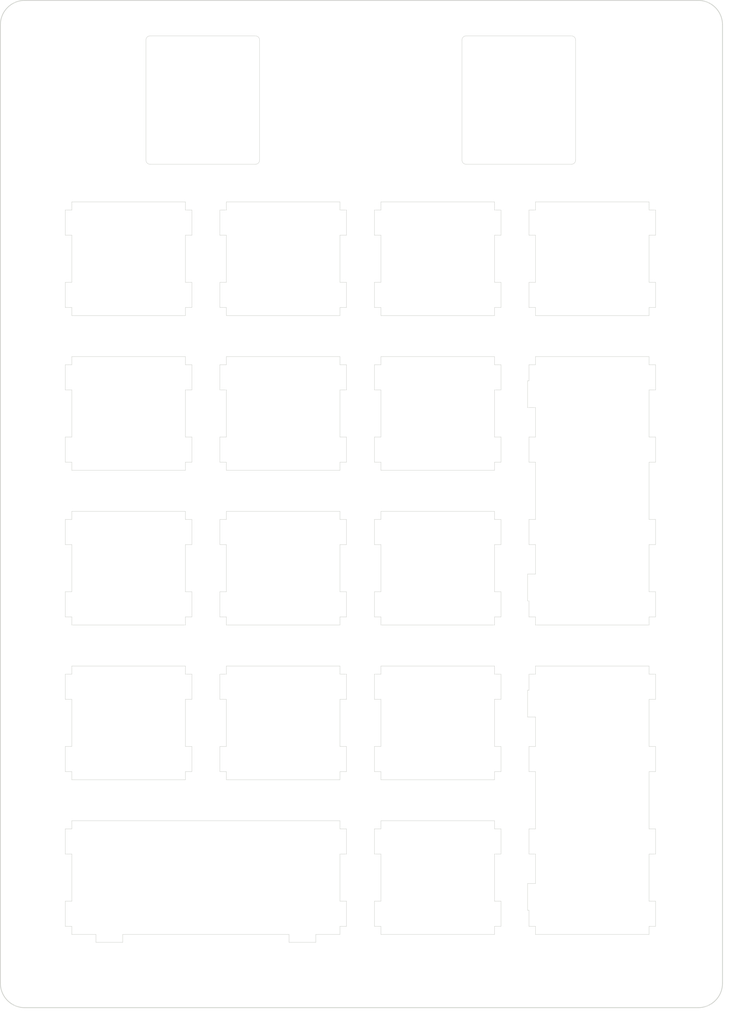
<source format=kicad_pcb>
(kicad_pcb (version 20171130) (host pcbnew "(5.1.5)-3")

  (general
    (thickness 1.6)
    (drawings 412)
    (tracks 0)
    (zones 0)
    (modules 4)
    (nets 1)
  )

  (page A4)
  (title_block
    (title Hub20)
    (date 2020-08-09)
    (rev 0.2)
    (company "Josh Johnson")
  )

  (layers
    (0 F.Cu signal)
    (1 In1.Cu signal)
    (2 In2.Cu signal)
    (31 B.Cu signal)
    (32 B.Adhes user)
    (33 F.Adhes user)
    (34 B.Paste user)
    (35 F.Paste user)
    (36 B.SilkS user)
    (37 F.SilkS user)
    (38 B.Mask user)
    (39 F.Mask user)
    (40 Dwgs.User user)
    (41 Cmts.User user)
    (42 Eco1.User user)
    (43 Eco2.User user)
    (44 Edge.Cuts user)
    (45 Margin user)
    (46 B.CrtYd user)
    (47 F.CrtYd user)
    (48 B.Fab user)
    (49 F.Fab user)
  )

  (setup
    (last_trace_width 0.25)
    (user_trace_width 0.2)
    (user_trace_width 0.25)
    (user_trace_width 0.3)
    (user_trace_width 0.4)
    (user_trace_width 0.25)
    (user_trace_width 0.3)
    (user_trace_width 0.4)
    (user_trace_width 0.5)
    (user_trace_width 0.2)
    (user_trace_width 0.25)
    (user_trace_width 0.3)
    (user_trace_width 0.4)
    (user_trace_width 0.2)
    (user_trace_width 0.25)
    (user_trace_width 0.3)
    (user_trace_width 0.4)
    (user_trace_width 0.2)
    (user_trace_width 0.25)
    (user_trace_width 0.3)
    (user_trace_width 0.4)
    (user_trace_width 0.2)
    (user_trace_width 0.25)
    (user_trace_width 0.3)
    (user_trace_width 0.4)
    (trace_clearance 0.2)
    (zone_clearance 0.254)
    (zone_45_only no)
    (trace_min 0.15)
    (via_size 0.5)
    (via_drill 0.25)
    (via_min_size 0.5)
    (via_min_drill 0.25)
    (user_via 0.6 0.3)
    (user_via 0.8 0.4)
    (user_via 0.8 0.4)
    (user_via 0.6 0.3)
    (user_via 0.8 0.4)
    (user_via 0.6 0.3)
    (user_via 0.8 0.4)
    (user_via 0.6 0.3)
    (user_via 0.8 0.4)
    (user_via 0.6 0.3)
    (user_via 0.8 0.4)
    (uvia_size 0.3)
    (uvia_drill 0.1)
    (uvias_allowed no)
    (uvia_min_size 0.2)
    (uvia_min_drill 0.1)
    (edge_width 0.1)
    (segment_width 0.2)
    (pcb_text_width 0.3)
    (pcb_text_size 1.5 1.5)
    (mod_edge_width 0.15)
    (mod_text_size 1 1)
    (mod_text_width 0.15)
    (pad_size 3.35 3.35)
    (pad_drill 0)
    (pad_to_mask_clearance 0)
    (aux_axis_origin 0 0)
    (visible_elements 7FFFFFFF)
    (pcbplotparams
      (layerselection 0x010fc_fffffff9)
      (usegerberextensions false)
      (usegerberattributes false)
      (usegerberadvancedattributes false)
      (creategerberjobfile false)
      (excludeedgelayer true)
      (linewidth 0.100000)
      (plotframeref false)
      (viasonmask false)
      (mode 1)
      (useauxorigin false)
      (hpglpennumber 1)
      (hpglpenspeed 20)
      (hpglpendiameter 15.000000)
      (psnegative false)
      (psa4output false)
      (plotreference true)
      (plotvalue true)
      (plotinvisibletext false)
      (padsonsilk false)
      (subtractmaskfromsilk false)
      (outputformat 1)
      (mirror false)
      (drillshape 0)
      (scaleselection 1)
      (outputdirectory "./gerbers/"))
  )

  (net 0 "")

  (net_class Default "This is the default net class."
    (clearance 0.2)
    (trace_width 0.25)
    (via_dia 0.5)
    (via_drill 0.25)
    (uvia_dia 0.3)
    (uvia_drill 0.1)
    (diff_pair_width 0.25)
    (diff_pair_gap 0.2)
  )

  (net_class Power ""
    (clearance 0.2)
    (trace_width 0.3)
    (via_dia 0.6)
    (via_drill 0.3)
    (uvia_dia 0.3)
    (uvia_drill 0.1)
    (diff_pair_width 0.25)
    (diff_pair_gap 0.2)
  )

  (module MountingHole:MountingHole_2.2mm_M2 locked (layer F.Cu) (tedit 56D1B4CB) (tstamp 5F2E54CA)
    (at 180.45 157.5375)
    (descr "Mounting Hole 2.2mm, no annular, M2")
    (tags "mounting hole 2.2mm no annular m2")
    (path /5EF4D892)
    (attr virtual)
    (fp_text reference H3 (at 0 -4.2) (layer F.SilkS) hide
      (effects (font (size 1 1) (thickness 0.15)))
    )
    (fp_text value M3 (at 0 4.2) (layer F.Fab)
      (effects (font (size 1 1) (thickness 0.15)))
    )
    (fp_circle (center 0 0) (end 2.45 0) (layer F.CrtYd) (width 0.05))
    (fp_circle (center 0 0) (end 2.2 0) (layer Cmts.User) (width 0.15))
    (fp_text user %R (at 0.3 0) (layer F.Fab) hide
      (effects (font (size 1 1) (thickness 0.15)))
    )
    (pad 1 np_thru_hole circle (at 0 0) (size 2.2 2.2) (drill 2.2) (layers *.Cu *.Mask))
  )

  (module MountingHole:MountingHole_2.2mm_M2 locked (layer F.Cu) (tedit 56D1B4CB) (tstamp 5F0077E7)
    (at 97.45 157.5375)
    (descr "Mounting Hole 2.2mm, no annular, M2")
    (tags "mounting hole 2.2mm no annular m2")
    (path /5EF4F9B8)
    (attr virtual)
    (fp_text reference H4 (at 0 -4.2) (layer F.SilkS) hide
      (effects (font (size 1 1) (thickness 0.15)))
    )
    (fp_text value M3 (at 0 4.2) (layer F.Fab)
      (effects (font (size 1 1) (thickness 0.15)))
    )
    (fp_circle (center 0 0) (end 2.45 0) (layer F.CrtYd) (width 0.05))
    (fp_circle (center 0 0) (end 2.2 0) (layer Cmts.User) (width 0.15))
    (fp_text user %R (at 0.3 0) (layer F.Fab) hide
      (effects (font (size 1 1) (thickness 0.15)))
    )
    (pad 1 np_thru_hole circle (at 0 0) (size 2.2 2.2) (drill 2.2) (layers *.Cu *.Mask))
  )

  (module MountingHole:MountingHole_2.2mm_M2 locked (layer F.Cu) (tedit 56D1B4CB) (tstamp 5F3AE8A9)
    (at 180.45 39.5375 90)
    (descr "Mounting Hole 2.2mm, no annular, M2")
    (tags "mounting hole 2.2mm no annular m2")
    (path /5EF4FC8A)
    (attr virtual)
    (fp_text reference H1 (at 0 -4.2 90) (layer F.SilkS) hide
      (effects (font (size 1 1) (thickness 0.15)))
    )
    (fp_text value M3 (at 0 4.2 90) (layer F.Fab)
      (effects (font (size 1 1) (thickness 0.15)))
    )
    (fp_circle (center 0 0) (end 2.45 0) (layer F.CrtYd) (width 0.05))
    (fp_circle (center 0 0) (end 2.2 0) (layer Cmts.User) (width 0.15))
    (fp_text user %R (at 0.3 0 90) (layer F.Fab) hide
      (effects (font (size 1 1) (thickness 0.15)))
    )
    (pad 1 np_thru_hole circle (at 0 0 90) (size 2.2 2.2) (drill 2.2) (layers *.Cu *.Mask))
  )

  (module MountingHole:MountingHole_2.2mm_M2 locked (layer F.Cu) (tedit 56D1B4CB) (tstamp 5F3AEA20)
    (at 97.45 39.5375)
    (descr "Mounting Hole 2.2mm, no annular, M2")
    (tags "mounting hole 2.2mm no annular m2")
    (path /5EF4FEC8)
    (attr virtual)
    (fp_text reference H2 (at 0 -4.2) (layer F.SilkS) hide
      (effects (font (size 1 1) (thickness 0.15)))
    )
    (fp_text value M3 (at 0 4.2) (layer F.Fab)
      (effects (font (size 1 1) (thickness 0.15)))
    )
    (fp_circle (center 0 0) (end 2.45 0) (layer F.CrtYd) (width 0.05))
    (fp_circle (center 0 0) (end 2.2 0) (layer Cmts.User) (width 0.15))
    (fp_text user %R (at 0.3 0) (layer F.Fab) hide
      (effects (font (size 1 1) (thickness 0.15)))
    )
    (pad 1 np_thru_hole circle (at 0 0) (size 2.2 2.2) (drill 2.2) (layers *.Cu *.Mask))
  )

  (gr_line (start 160.4013 150.54849) (end 160.4013 151.54896) (layer Edge.Cuts) (width 0.05) (tstamp 5F3BEC81))
  (gr_line (start 160.4013 145.27475) (end 159.4312 145.27475) (layer Edge.Cuts) (width 0.05) (tstamp 5F3BEC7E))
  (gr_line (start 117.2506 62.35) (end 117.2506 61.3495) (layer Edge.Cuts) (width 0.05) (tstamp 5F3BEC69))
  (gr_line (start 118.0514 62.35) (end 117.2506 62.35) (layer Edge.Cuts) (width 0.05) (tstamp 5F3BEC57))
  (gr_line (start 136.3006 81.4) (end 136.3006 80.3995) (layer Edge.Cuts) (width 0.05) (tstamp 5F3BEC66))
  (gr_line (start 137.1014 81.4) (end 136.3006 81.4) (layer Edge.Cuts) (width 0.05) (tstamp 5F3BEC5D))
  (gr_line (start 137.1014 103.5478) (end 137.1014 100.45) (layer Edge.Cuts) (width 0.05) (tstamp 5F3BEC4B))
  (gr_line (start 136.3006 103.5478) (end 137.1014 103.5478) (layer Edge.Cuts) (width 0.05) (tstamp 5F3BEC3C))
  (gr_line (start 160.4013 86.6737) (end 160.4013 90.2992) (layer Edge.Cuts) (width 0.05) (tstamp 5F3BEC5A))
  (gr_line (start 159.4312 86.6737) (end 160.4013 86.6737) (layer Edge.Cuts) (width 0.05) (tstamp 5F3BEC39))
  (gr_line (start 136.3006 131.4999) (end 137.1014 131.4999) (layer Edge.Cuts) (width 0.05) (tstamp 5F3BEC6F))
  (gr_line (start 121.5005 128.3993) (end 121.5005 131.4999) (layer Edge.Cuts) (width 0.05) (tstamp 5F3BEC48))
  (gr_line (start 160.4013 138.5485) (end 159.6005 138.5485) (layer Edge.Cuts) (width 0.05) (tstamp 5F3BEC63))
  (gr_line (start 118.0514 74.3498) (end 118.0514 71.2492) (layer Edge.Cuts) (width 0.05) (tstamp 5F3BEC42))
  (gr_line (start 117.2506 74.3498) (end 118.0514 74.3498) (layer Edge.Cuts) (width 0.05) (tstamp 5F3BEC75))
  (gr_line (start 103.2513 93.3998) (end 103.2513 94.3988) (layer Edge.Cuts) (width 0.05) (tstamp 5F3BEC78))
  (gr_line (start 102.4506 93.3998) (end 103.2513 93.3998) (layer Edge.Cuts) (width 0.05) (tstamp 5F3BEC54))
  (gr_line (start 174.4006 90.2992) (end 174.4006 84.4992) (layer Edge.Cuts) (width 0.05) (tstamp 5F3BEC7B))
  (gr_line (start 175.2 90.2992) (end 174.4006 90.2992) (layer Edge.Cuts) (width 0.05) (tstamp 5F3BEC51))
  (gr_line (start 103.2513 132.499) (end 117.2506 132.499) (layer Edge.Cuts) (width 0.05) (tstamp 5F3BEC6C))
  (gr_line (start 156.1514 93.3998) (end 156.1514 90.2992) (layer Edge.Cuts) (width 0.05) (tstamp 5F3BEC60))
  (gr_line (start 155.3506 93.3998) (end 156.1514 93.3998) (layer Edge.Cuts) (width 0.05) (tstamp 5F3BEC3F))
  (gr_line (start 159.6005 128.3993) (end 159.6005 131.4999) (layer Edge.Cuts) (width 0.05) (tstamp 5F3BEC72))
  (gr_line (start 103.2513 74.3498) (end 103.2513 75.3488) (layer Edge.Cuts) (width 0.05) (tstamp 5F3BEC45))
  (gr_line (start 102.4506 74.3498) (end 103.2513 74.3498) (layer Edge.Cuts) (width 0.05) (tstamp 5F3BEC4E))
  (gr_line (start 103.2513 65.4492) (end 103.2513 71.2492) (layer Edge.Cuts) (width 0.05) (tstamp 5F3BE9E4))
  (gr_line (start 102.4506 65.4492) (end 103.2513 65.4492) (layer Edge.Cuts) (width 0.05) (tstamp 5F3BE9DB))
  (gr_line (start 137.1014 65.4492) (end 137.1014 62.35) (layer Edge.Cuts) (width 0.05) (tstamp 5F3BE9E1))
  (gr_line (start 136.3006 65.4492) (end 137.1014 65.4492) (layer Edge.Cuts) (width 0.05) (tstamp 5F3BE9D5))
  (gr_line (start 117.2506 71.2492) (end 117.2506 65.4492) (layer Edge.Cuts) (width 0.05) (tstamp 5F3BE9B4))
  (gr_line (start 118.0514 71.2492) (end 117.2506 71.2492) (layer Edge.Cuts) (width 0.05) (tstamp 5F3BE9CC))
  (gr_line (start 174.4006 151.54896) (end 174.4006 150.54849) (layer Edge.Cuts) (width 0.05) (tstamp 5F3BE9C6))
  (gr_line (start 174.4006 113.4488) (end 174.4006 112.4498) (layer Edge.Cuts) (width 0.05) (tstamp 5F3BE9C3))
  (gr_line (start 160.4013 113.4488) (end 174.4006 113.4488) (layer Edge.Cuts) (width 0.05) (tstamp 5F3BE9DE))
  (gr_line (start 160.4013 119.4999) (end 159.6005 119.4999) (layer Edge.Cuts) (width 0.05) (tstamp 5F3BE9BD))
  (gr_line (start 102.4506 62.35) (end 102.4506 65.4492) (layer Edge.Cuts) (width 0.05) (tstamp 5F3BE9C9))
  (gr_line (start 103.2513 62.35) (end 102.4506 62.35) (layer Edge.Cuts) (width 0.05) (tstamp 5F3BE9C0))
  (gr_line (start 136.3006 150.54849) (end 137.1014 150.54849) (layer Edge.Cuts) (width 0.05) (tstamp 5F3BE9D8))
  (gr_line (start 117.2506 94.3988) (end 117.2506 93.3998) (layer Edge.Cuts) (width 0.05) (tstamp 5F3BE9BA))
  (gr_line (start 103.2513 94.3988) (end 117.2506 94.3988) (layer Edge.Cuts) (width 0.05) (tstamp 5F3BE9D2))
  (gr_line (start 122.3013 112.4498) (end 122.3013 113.4488) (layer Edge.Cuts) (width 0.05) (tstamp 5F3BE9B1))
  (gr_line (start 121.5005 112.4498) (end 122.3013 112.4498) (layer Edge.Cuts) (width 0.05) (tstamp 5F3BE9B7))
  (gr_line (start 140.5505 122.5978) (end 141.3513 122.5978) (layer Edge.Cuts) (width 0.05) (tstamp 5F3BE9CF))
  (gr_line (start 103.2513 61.3495) (end 103.2513 62.35) (layer Edge.Cuts) (width 0.05) (tstamp 5F3BE9AE))
  (gr_line (start 136.3006 61.3495) (end 122.3013 61.3495) (layer Edge.Cuts) (width 0.05) (tstamp 5F3BE9EA))
  (gr_line (start 102.4506 71.2492) (end 102.4506 74.3498) (layer Edge.Cuts) (width 0.05) (tstamp 5F3BE9AB))
  (gr_line (start 103.2513 71.2492) (end 102.4506 71.2492) (layer Edge.Cuts) (width 0.05) (tstamp 5F3BE9ED))
  (gr_line (start 159.6005 150.54849) (end 160.4013 150.54849) (layer Edge.Cuts) (width 0.05) (tstamp 5F3BE9E7))
  (gr_line (start 155.3506 81.4) (end 155.3506 80.3995) (layer Edge.Cuts) (width 0.05) (tstamp 5F3BE831))
  (gr_line (start 156.1514 81.4) (end 155.3506 81.4) (layer Edge.Cuts) (width 0.05) (tstamp 5F3BE843))
  (gr_line (start 137.1014 141.6478) (end 137.1014 138.5485) (layer Edge.Cuts) (width 0.05) (tstamp 5F3BE810))
  (gr_line (start 121.5005 119.4999) (end 121.5005 122.5978) (layer Edge.Cuts) (width 0.05) (tstamp 5F3BE819))
  (gr_line (start 174.4006 122.5978) (end 175.2 122.5978) (layer Edge.Cuts) (width 0.05) (tstamp 5F3BE828))
  (gr_line (start 140.5505 150.54849) (end 141.3513 150.54849) (layer Edge.Cuts) (width 0.05) (tstamp 5F3BE816))
  (gr_line (start 175.2 65.4492) (end 175.2 62.35) (layer Edge.Cuts) (width 0.05) (tstamp 5F3BE813))
  (gr_line (start 174.4006 65.4492) (end 175.2 65.4492) (layer Edge.Cuts) (width 0.05) (tstamp 5F3BE822))
  (gr_line (start 156.1514 84.4992) (end 156.1514 81.4) (layer Edge.Cuts) (width 0.05) (tstamp 5F3BE825))
  (gr_line (start 155.3506 84.4992) (end 156.1514 84.4992) (layer Edge.Cuts) (width 0.05) (tstamp 5F3BE84F))
  (gr_line (start 174.4006 128.3993) (end 174.4006 122.5978) (layer Edge.Cuts) (width 0.05) (tstamp 5F3BE80D))
  (gr_line (start 117.2506 75.3488) (end 117.2506 74.3498) (layer Edge.Cuts) (width 0.05) (tstamp 5F3BE84C))
  (gr_line (start 103.2513 75.3488) (end 117.2506 75.3488) (layer Edge.Cuts) (width 0.05) (tstamp 5F3BE849))
  (gr_line (start 103.2513 80.3995) (end 103.2513 81.4) (layer Edge.Cuts) (width 0.05) (tstamp 5F3BE846))
  (gr_line (start 136.3006 80.3995) (end 122.3013 80.3995) (layer Edge.Cuts) (width 0.05) (tstamp 5F3BE840))
  (gr_line (start 156.1514 74.3498) (end 156.1514 71.2492) (layer Edge.Cuts) (width 0.05) (tstamp 5F3BE83D))
  (gr_line (start 155.3506 74.3498) (end 156.1514 74.3498) (layer Edge.Cuts) (width 0.05) (tstamp 5F3BE83A))
  (gr_line (start 156.1514 122.5978) (end 156.1514 119.4999) (layer Edge.Cuts) (width 0.05) (tstamp 5F3BE837))
  (gr_line (start 155.3506 118.4996) (end 141.3513 118.4996) (layer Edge.Cuts) (width 0.05) (tstamp 5F3BE834))
  (gr_line (start 141.3513 150.54849) (end 141.3513 151.54896) (layer Edge.Cuts) (width 0.05) (tstamp 5F3BE82E))
  (gr_line (start 141.3513 151.54896) (end 155.3506 151.54896) (layer Edge.Cuts) (width 0.05) (tstamp 5F3BE82B))
  (gr_line (start 174.4006 62.35) (end 174.4006 61.3495) (layer Edge.Cuts) (width 0.05) (tstamp 5F3BE81F))
  (gr_line (start 175.2 62.35) (end 174.4006 62.35) (layer Edge.Cuts) (width 0.05) (tstamp 5F3BE81C))
  (gr_line (start 155.3506 132.499) (end 155.3506 131.4999) (layer Edge.Cuts) (width 0.05) (tstamp 5F3BEAC8))
  (gr_line (start 136.3006 75.3488) (end 136.3006 74.3498) (layer Edge.Cuts) (width 0.05) (tstamp 5F3BEADA))
  (gr_line (start 122.3013 75.3488) (end 136.3006 75.3488) (layer Edge.Cuts) (width 0.05) (tstamp 5F3BEACE))
  (gr_line (start 122.3013 65.4492) (end 122.3013 71.2492) (layer Edge.Cuts) (width 0.05) (tstamp 5F3BEADD))
  (gr_line (start 121.5005 65.4492) (end 122.3013 65.4492) (layer Edge.Cuts) (width 0.05) (tstamp 5F3BEAD7))
  (gr_line (start 155.3506 75.3488) (end 155.3506 74.3498) (layer Edge.Cuts) (width 0.05) (tstamp 5F3BEAA7))
  (gr_line (start 141.3513 75.3488) (end 155.3506 75.3488) (layer Edge.Cuts) (width 0.05) (tstamp 5F3BEAA1))
  (gr_line (start 175.2 131.4999) (end 175.2 128.3993) (layer Edge.Cuts) (width 0.05) (tstamp 5F3BEABF))
  (gr_line (start 141.3513 147.44931) (end 140.5505 147.44931) (layer Edge.Cuts) (width 0.05) (tstamp 5F3BEA9E))
  (gr_line (start 160.4013 141.6478) (end 160.4013 145.27475) (layer Edge.Cuts) (width 0.05) (tstamp 5F3BEA9B))
  (gr_line (start 141.3513 138.5485) (end 140.5505 138.5485) (layer Edge.Cuts) (width 0.05) (tstamp 5F3BEAB6))
  (gr_line (start 117.2506 81.4) (end 117.2506 80.3995) (layer Edge.Cuts) (width 0.05) (tstamp 5F3BEAA4))
  (gr_line (start 118.0514 81.4) (end 117.2506 81.4) (layer Edge.Cuts) (width 0.05) (tstamp 5F3BEAC5))
  (gr_line (start 141.3513 128.3993) (end 140.5505 128.3993) (layer Edge.Cuts) (width 0.05) (tstamp 5F3BEAB3))
  (gr_line (start 102.4506 131.4999) (end 103.2513 131.4999) (layer Edge.Cuts) (width 0.05) (tstamp 5F3BEAC2))
  (gr_line (start 141.3513 74.3498) (end 141.3513 75.3488) (layer Edge.Cuts) (width 0.05) (tstamp 5F3BEAB0))
  (gr_line (start 140.5505 74.3498) (end 141.3513 74.3498) (layer Edge.Cuts) (width 0.05) (tstamp 5F3BEABC))
  (gr_line (start 175.2 128.3993) (end 174.4006 128.3993) (layer Edge.Cuts) (width 0.05) (tstamp 5F3BEAD4))
  (gr_line (start 140.5505 141.6478) (end 141.3513 141.6478) (layer Edge.Cuts) (width 0.05) (tstamp 5F3BEAD1))
  (gr_line (start 175.2 84.4992) (end 175.2 81.4) (layer Edge.Cuts) (width 0.05) (tstamp 5F3BEAB9))
  (gr_line (start 174.4006 84.4992) (end 175.2 84.4992) (layer Edge.Cuts) (width 0.05) (tstamp 5F3BEACB))
  (gr_line (start 141.3513 80.3995) (end 141.3513 81.4) (layer Edge.Cuts) (width 0.05) (tstamp 5F3BEAAD))
  (gr_line (start 117.2506 99.4495) (end 103.2513 99.4495) (layer Edge.Cuts) (width 0.05) (tstamp 5F3BEAAA))
  (gr_line (start 141.3513 131.4999) (end 141.3513 132.499) (layer Edge.Cuts) (width 0.05) (tstamp 5F3BE804))
  (gr_line (start 136.3006 128.3993) (end 136.3006 122.5978) (layer Edge.Cuts) (width 0.05) (tstamp 5F3BE7D7))
  (gr_line (start 137.1014 122.5978) (end 137.1014 119.4999) (layer Edge.Cuts) (width 0.05) (tstamp 5F3BE801))
  (gr_line (start 156.1514 141.6478) (end 156.1514 138.5485) (layer Edge.Cuts) (width 0.05) (tstamp 5F3BE7D1))
  (gr_line (start 121.5005 71.2492) (end 121.5005 74.3498) (layer Edge.Cuts) (width 0.05) (tstamp 5F3BE7F2))
  (gr_line (start 122.3013 71.2492) (end 121.5005 71.2492) (layer Edge.Cuts) (width 0.05) (tstamp 5F3BE7CE))
  (gr_line (start 175.2 122.5978) (end 175.2 119.4999) (layer Edge.Cuts) (width 0.05) (tstamp 5F3BE807))
  (gr_line (start 122.3013 103.5478) (end 122.3013 109.3492) (layer Edge.Cuts) (width 0.05) (tstamp 5F3BE7CB))
  (gr_line (start 121.5005 103.5478) (end 122.3013 103.5478) (layer Edge.Cuts) (width 0.05) (tstamp 5F3BE7FE))
  (gr_line (start 136.3006 100.45) (end 136.3006 99.4495) (layer Edge.Cuts) (width 0.05) (tstamp 5F3BE7E6))
  (gr_line (start 137.1014 100.45) (end 136.3006 100.45) (layer Edge.Cuts) (width 0.05) (tstamp 5F3BE7FB))
  (gr_line (start 103.2513 141.6478) (end 103.2513 147.44931) (layer Edge.Cuts) (width 0.05) (tstamp 5F3BE7C8))
  (gr_line (start 174.4006 141.6478) (end 175.2 141.6478) (layer Edge.Cuts) (width 0.05) (tstamp 5F3BE80A))
  (gr_line (start 174.4006 131.4999) (end 175.2 131.4999) (layer Edge.Cuts) (width 0.05) (tstamp 5F3BE7F8))
  (gr_line (start 156.1514 128.3993) (end 155.3506 128.3993) (layer Edge.Cuts) (width 0.05) (tstamp 5F3BE7E3))
  (gr_line (start 156.1514 131.4999) (end 156.1514 128.3993) (layer Edge.Cuts) (width 0.05) (tstamp 5F3BE7E0))
  (gr_line (start 140.5505 138.5485) (end 140.5505 141.6478) (layer Edge.Cuts) (width 0.05) (tstamp 5F3BE7F5))
  (gr_line (start 159.6005 141.6478) (end 160.4013 141.6478) (layer Edge.Cuts) (width 0.05) (tstamp 5F3BE7EF))
  (gr_line (start 136.3006 109.3492) (end 136.3006 103.5478) (layer Edge.Cuts) (width 0.05) (tstamp 5F3BE7EC))
  (gr_line (start 137.1014 109.3492) (end 136.3006 109.3492) (layer Edge.Cuts) (width 0.05) (tstamp 5F3BE7E9))
  (gr_line (start 121.5005 90.2992) (end 121.5005 93.3998) (layer Edge.Cuts) (width 0.05) (tstamp 5F3BE7D4))
  (gr_line (start 122.3013 90.2992) (end 121.5005 90.2992) (layer Edge.Cuts) (width 0.05) (tstamp 5F3BE7DD))
  (gr_line (start 155.3506 94.3988) (end 155.3506 93.3998) (layer Edge.Cuts) (width 0.05) (tstamp 5F3BE7DA))
  (gr_line (start 141.3513 94.3988) (end 155.3506 94.3988) (layer Edge.Cuts) (width 0.05) (tstamp 5F3BEA02))
  (gr_line (start 155.3506 150.54849) (end 156.1514 150.54849) (layer Edge.Cuts) (width 0.05) (tstamp 5F3BEA1A))
  (gr_line (start 109.5254 152.51772) (end 109.5254 151.54896) (layer Edge.Cuts) (width 0.05) (tstamp 5F3BEA0B))
  (gr_line (start 118.0514 65.4492) (end 118.0514 62.35) (layer Edge.Cuts) (width 0.05) (tstamp 5F3BE9FF))
  (gr_line (start 117.2506 65.4492) (end 118.0514 65.4492) (layer Edge.Cuts) (width 0.05) (tstamp 5F3BE9F6))
  (gr_line (start 136.3006 62.35) (end 136.3006 61.3495) (layer Edge.Cuts) (width 0.05) (tstamp 5F3BEA08))
  (gr_line (start 137.1014 62.35) (end 136.3006 62.35) (layer Edge.Cuts) (width 0.05) (tstamp 5F3BE9F3))
  (gr_line (start 159.6005 110.4739) (end 159.6005 112.4498) (layer Edge.Cuts) (width 0.05) (tstamp 5F3BEA20))
  (gr_line (start 159.4312 110.4739) (end 159.6005 110.4739) (layer Edge.Cuts) (width 0.05) (tstamp 5F3BEA14))
  (gr_line (start 102.4506 90.2992) (end 102.4506 93.3998) (layer Edge.Cuts) (width 0.05) (tstamp 5F3BE9FC))
  (gr_line (start 103.2513 90.2992) (end 102.4506 90.2992) (layer Edge.Cuts) (width 0.05) (tstamp 5F3BE9F9))
  (gr_line (start 118.0514 103.5478) (end 118.0514 100.45) (layer Edge.Cuts) (width 0.05) (tstamp 5F3BEA1D))
  (gr_line (start 117.2506 103.5478) (end 118.0514 103.5478) (layer Edge.Cuts) (width 0.05) (tstamp 5F3BE9F0))
  (gr_line (start 141.3513 61.3495) (end 141.3513 62.35) (layer Edge.Cuts) (width 0.05) (tstamp 5F3BEA17))
  (gr_line (start 174.4006 61.3495) (end 160.4013 61.3495) (layer Edge.Cuts) (width 0.05) (tstamp 5F3BEA2C))
  (gr_line (start 141.3513 65.4492) (end 141.3513 71.2492) (layer Edge.Cuts) (width 0.05) (tstamp 5F3BEA2F))
  (gr_line (start 140.5505 65.4492) (end 141.3513 65.4492) (layer Edge.Cuts) (width 0.05) (tstamp 5F3BEA29))
  (gr_line (start 102.4506 122.5978) (end 103.2513 122.5978) (layer Edge.Cuts) (width 0.05) (tstamp 5F3BEA32))
  (gr_line (start 137.1014 119.4999) (end 136.3006 119.4999) (layer Edge.Cuts) (width 0.05) (tstamp 5F3BEA11))
  (gr_line (start 159.6005 148.57379) (end 159.6005 150.54849) (layer Edge.Cuts) (width 0.05) (tstamp 5F3BEA26))
  (gr_line (start 160.4013 93.3998) (end 160.4013 100.45) (layer Edge.Cuts) (width 0.05) (tstamp 5F3BEA05))
  (gr_line (start 159.6005 93.3998) (end 160.4013 93.3998) (layer Edge.Cuts) (width 0.05) (tstamp 5F3BEA23))
  (gr_line (start 159.6005 71.2492) (end 159.6005 74.3498) (layer Edge.Cuts) (width 0.05) (tstamp 5F3BEA0E))
  (gr_line (start 160.4013 71.2492) (end 159.6005 71.2492) (layer Edge.Cuts) (width 0.05) (tstamp 5F3BEAE6))
  (gr_line (start 121.5005 62.35) (end 121.5005 65.4492) (layer Edge.Cuts) (width 0.05) (tstamp 5F3BEB07))
  (gr_line (start 122.3013 62.35) (end 121.5005 62.35) (layer Edge.Cuts) (width 0.05) (tstamp 5F3BEAE3))
  (gr_line (start 141.3513 84.4992) (end 141.3513 90.2992) (layer Edge.Cuts) (width 0.05) (tstamp 5F3BEAE0))
  (gr_line (start 140.5505 84.4992) (end 141.3513 84.4992) (layer Edge.Cuts) (width 0.05) (tstamp 5F3BEB04))
  (gr_line (start 175.2 74.3498) (end 175.2 71.2492) (layer Edge.Cuts) (width 0.05) (tstamp 5F3BEB0A))
  (gr_line (start 174.4006 74.3498) (end 175.2 74.3498) (layer Edge.Cuts) (width 0.05) (tstamp 5F3BEB22))
  (gr_line (start 136.3006 138.5485) (end 136.3006 137.5481) (layer Edge.Cuts) (width 0.05) (tstamp 5F3BEB1C))
  (gr_line (start 159.4312 148.57379) (end 159.6005 148.57379) (layer Edge.Cuts) (width 0.05) (tstamp 5F3BEB1F))
  (gr_line (start 140.5505 81.4) (end 140.5505 84.4992) (layer Edge.Cuts) (width 0.05) (tstamp 5F3BEB10))
  (gr_line (start 141.3513 81.4) (end 140.5505 81.4) (layer Edge.Cuts) (width 0.05) (tstamp 5F3BEAF5))
  (gr_line (start 136.3006 71.2492) (end 136.3006 65.4492) (layer Edge.Cuts) (width 0.05) (tstamp 5F3BEB0D))
  (gr_line (start 137.1014 71.2492) (end 136.3006 71.2492) (layer Edge.Cuts) (width 0.05) (tstamp 5F3BEB19))
  (gr_line (start 118.0514 131.4999) (end 118.0514 128.3993) (layer Edge.Cuts) (width 0.05) (tstamp 5F3BEB16))
  (gr_line (start 175.2 119.4999) (end 174.4006 119.4999) (layer Edge.Cuts) (width 0.05) (tstamp 5F3BEB13))
  (gr_line (start 159.6005 62.35) (end 159.6005 65.4492) (layer Edge.Cuts) (width 0.05) (tstamp 5F3BEAF2))
  (gr_line (start 160.4013 62.35) (end 159.6005 62.35) (layer Edge.Cuts) (width 0.05) (tstamp 5F3BEAEF))
  (gr_line (start 155.3506 90.2992) (end 155.3506 84.4992) (layer Edge.Cuts) (width 0.05) (tstamp 5F3BEB01))
  (gr_line (start 156.1514 90.2992) (end 155.3506 90.2992) (layer Edge.Cuts) (width 0.05) (tstamp 5F3BEAFE))
  (gr_line (start 155.3506 62.35) (end 155.3506 61.3495) (layer Edge.Cuts) (width 0.05) (tstamp 5F3BEAFB))
  (gr_line (start 156.1514 62.35) (end 155.3506 62.35) (layer Edge.Cuts) (width 0.05) (tstamp 5F3BEAEC))
  (gr_line (start 103.2513 118.4996) (end 103.2513 119.4999) (layer Edge.Cuts) (width 0.05) (tstamp 5F3BEAF8))
  (gr_line (start 160.4013 131.4999) (end 160.4013 138.5485) (layer Edge.Cuts) (width 0.05) (tstamp 5F3BEAE9))
  (gr_line (start 140.5505 90.2992) (end 140.5505 93.3998) (layer Edge.Cuts) (width 0.05) (tstamp 5F3BE98A))
  (gr_line (start 141.3513 90.2992) (end 140.5505 90.2992) (layer Edge.Cuts) (width 0.05) (tstamp 5F3BE96F))
  (gr_line (start 102.4506 138.5485) (end 102.4506 141.6478) (layer Edge.Cuts) (width 0.05) (tstamp 5F3BE990))
  (gr_line (start 159.6005 90.2992) (end 159.6005 93.3998) (layer Edge.Cuts) (width 0.05) (tstamp 5F3BE981))
  (gr_line (start 160.4013 90.2992) (end 159.6005 90.2992) (layer Edge.Cuts) (width 0.05) (tstamp 5F3BE978))
  (gr_line (start 140.5505 109.3492) (end 140.5505 112.4498) (layer Edge.Cuts) (width 0.05) (tstamp 5F3BE96C))
  (gr_line (start 141.3513 109.3492) (end 140.5505 109.3492) (layer Edge.Cuts) (width 0.05) (tstamp 5F3BE97E))
  (gr_line (start 103.2513 128.3993) (end 102.4506 128.3993) (layer Edge.Cuts) (width 0.05) (tstamp 5F3BE969))
  (gr_line (start 103.2513 131.4999) (end 103.2513 132.499) (layer Edge.Cuts) (width 0.05) (tstamp 5F3BE996))
  (gr_line (start 137.1014 138.5485) (end 136.3006 138.5485) (layer Edge.Cuts) (width 0.05) (tstamp 5F3BE987))
  (gr_line (start 156.1514 138.5485) (end 155.3506 138.5485) (layer Edge.Cuts) (width 0.05) (tstamp 5F3BE972))
  (gr_line (start 156.1514 65.4492) (end 156.1514 62.35) (layer Edge.Cuts) (width 0.05) (tstamp 5F3BE975))
  (gr_line (start 155.3506 65.4492) (end 156.1514 65.4492) (layer Edge.Cuts) (width 0.05) (tstamp 5F3BE993))
  (gr_line (start 155.3506 122.5978) (end 156.1514 122.5978) (layer Edge.Cuts) (width 0.05) (tstamp 5F3BE966))
  (gr_line (start 159.6005 138.5485) (end 159.6005 141.6478) (layer Edge.Cuts) (width 0.05) (tstamp 5F3BE98D))
  (gr_line (start 122.3013 84.4992) (end 122.3013 90.2992) (layer Edge.Cuts) (width 0.05) (tstamp 5F3BE9A2))
  (gr_line (start 121.5005 84.4992) (end 122.3013 84.4992) (layer Edge.Cuts) (width 0.05) (tstamp 5F3BE9A5))
  (gr_line (start 136.3006 119.4999) (end 136.3006 118.4996) (layer Edge.Cuts) (width 0.05) (tstamp 5F3BE99F))
  (gr_line (start 175.2 141.6478) (end 175.2 138.5485) (layer Edge.Cuts) (width 0.05) (tstamp 5F3BE99C))
  (gr_line (start 106.2264 151.54896) (end 106.2264 152.51772) (layer Edge.Cuts) (width 0.05) (tstamp 5F3BE999))
  (gr_line (start 122.3013 99.4495) (end 122.3013 100.45) (layer Edge.Cuts) (width 0.05) (tstamp 5F3BE9A8))
  (gr_line (start 155.3506 99.4495) (end 141.3513 99.4495) (layer Edge.Cuts) (width 0.05) (tstamp 5F3BE984))
  (gr_line (start 122.3013 128.3993) (end 121.5005 128.3993) (layer Edge.Cuts) (width 0.05) (tstamp 5F3BE97B))
  (gr_line (start 136.3006 137.5481) (end 103.2513 137.5481) (layer Edge.Cuts) (width 0.05) (tstamp 5F3BE8E8))
  (gr_line (start 141.3513 122.5978) (end 141.3513 128.3993) (layer Edge.Cuts) (width 0.05) (tstamp 5F3BE957))
  (gr_line (start 140.5505 147.44931) (end 140.5505 150.54849) (layer Edge.Cuts) (width 0.05) (tstamp 5F3BE92A))
  (gr_line (start 141.3513 112.4498) (end 141.3513 113.4488) (layer Edge.Cuts) (width 0.05) (tstamp 5F3BE8E5))
  (gr_line (start 140.5505 112.4498) (end 141.3513 112.4498) (layer Edge.Cuts) (width 0.05) (tstamp 5F3BE8DF))
  (gr_line (start 174.4006 138.5485) (end 174.4006 131.4999) (layer Edge.Cuts) (width 0.05) (tstamp 5F3BE924))
  (gr_line (start 136.3006 122.5978) (end 137.1014 122.5978) (layer Edge.Cuts) (width 0.05) (tstamp 5F3BE951))
  (gr_line (start 159.4312 107.1747) (end 159.4312 110.4739) (layer Edge.Cuts) (width 0.05) (tstamp 5F3BE95D))
  (gr_line (start 160.4013 107.1747) (end 159.4312 107.1747) (layer Edge.Cuts) (width 0.05) (tstamp 5F3BE960))
  (gr_line (start 102.4506 141.6478) (end 103.2513 141.6478) (layer Edge.Cuts) (width 0.05) (tstamp 5F3BE91E))
  (gr_line (start 159.4312 121.4747) (end 159.4312 124.7737) (layer Edge.Cuts) (width 0.05) (tstamp 5F3BE8E2))
  (gr_line (start 159.4312 145.27475) (end 159.4312 148.57379) (layer Edge.Cuts) (width 0.05) (tstamp 5F3BE90F))
  (gr_line (start 103.2513 112.4498) (end 103.2513 113.4488) (layer Edge.Cuts) (width 0.05) (tstamp 5F3BE90C))
  (gr_line (start 102.4506 112.4498) (end 103.2513 112.4498) (layer Edge.Cuts) (width 0.05) (tstamp 5F3BE933))
  (gr_line (start 122.3013 118.4996) (end 122.3013 119.4999) (layer Edge.Cuts) (width 0.05) (tstamp 5F3BE8F4))
  (gr_line (start 156.1514 150.54849) (end 156.1514 147.44931) (layer Edge.Cuts) (width 0.05) (tstamp 5F3BE8DC))
  (gr_line (start 137.1014 93.3998) (end 137.1014 90.2992) (layer Edge.Cuts) (width 0.05) (tstamp 5F3BE8F7))
  (gr_line (start 136.3006 93.3998) (end 137.1014 93.3998) (layer Edge.Cuts) (width 0.05) (tstamp 5F3BE936))
  (gr_line (start 175.2 147.44931) (end 174.4006 147.44931) (layer Edge.Cuts) (width 0.05) (tstamp 5F3BE8EE))
  (gr_line (start 122.3013 80.3995) (end 122.3013 81.4) (layer Edge.Cuts) (width 0.05) (tstamp 5F3BE915))
  (gr_line (start 155.3506 80.3995) (end 141.3513 80.3995) (layer Edge.Cuts) (width 0.05) (tstamp 5F3BE909))
  (gr_line (start 141.3513 137.5481) (end 141.3513 138.5485) (layer Edge.Cuts) (width 0.05) (tstamp 5F3BE8FD))
  (gr_line (start 159.4312 83.3731) (end 159.4312 86.6737) (layer Edge.Cuts) (width 0.05) (tstamp 5F3BE930))
  (gr_line (start 159.6005 83.3731) (end 159.4312 83.3731) (layer Edge.Cuts) (width 0.05) (tstamp 5F3BE906))
  (gr_line (start 160.4013 74.3498) (end 160.4013 75.3488) (layer Edge.Cuts) (width 0.05) (tstamp 5F3BE8EB))
  (gr_line (start 159.6005 74.3498) (end 160.4013 74.3498) (layer Edge.Cuts) (width 0.05) (tstamp 5F3BE8FA))
  (gr_line (start 137.1014 147.44931) (end 136.3006 147.44931) (layer Edge.Cuts) (width 0.05) (tstamp 5F3BE94E))
  (gr_line (start 140.5505 119.4999) (end 140.5505 122.5978) (layer Edge.Cuts) (width 0.05) (tstamp 5F3BE92D))
  (gr_line (start 136.3006 118.4996) (end 122.3013 118.4996) (layer Edge.Cuts) (width 0.05) (tstamp 5F3BE95A))
  (gr_line (start 102.4506 81.4) (end 102.4506 84.4992) (layer Edge.Cuts) (width 0.05) (tstamp 5F3BE954))
  (gr_line (start 103.2513 81.4) (end 102.4506 81.4) (layer Edge.Cuts) (width 0.05) (tstamp 5F3BE94B))
  (gr_line (start 174.4006 109.3492) (end 174.4006 103.5478) (layer Edge.Cuts) (width 0.05) (tstamp 5F3BE927))
  (gr_line (start 175.2 109.3492) (end 174.4006 109.3492) (layer Edge.Cuts) (width 0.05) (tstamp 5F3BE921))
  (gr_line (start 137.1014 150.54849) (end 137.1014 147.44931) (layer Edge.Cuts) (width 0.05) (tstamp 5F3BE942))
  (gr_line (start 103.2513 137.5481) (end 103.2513 138.5485) (layer Edge.Cuts) (width 0.05) (tstamp 5F3BE91B))
  (gr_line (start 160.4013 151.54896) (end 174.4006 151.54896) (layer Edge.Cuts) (width 0.05) (tstamp 5F3BE963))
  (gr_line (start 121.5005 122.5978) (end 122.3013 122.5978) (layer Edge.Cuts) (width 0.05) (tstamp 5F3BE918))
  (gr_line (start 117.2506 119.4999) (end 117.2506 118.4996) (layer Edge.Cuts) (width 0.05) (tstamp 5F3BE948))
  (gr_line (start 118.0514 119.4999) (end 117.2506 119.4999) (layer Edge.Cuts) (width 0.05) (tstamp 5F3BE912))
  (gr_line (start 117.2506 132.499) (end 117.2506 131.4999) (layer Edge.Cuts) (width 0.05) (tstamp 5F3BE945))
  (gr_line (start 137.1014 74.3498) (end 137.1014 71.2492) (layer Edge.Cuts) (width 0.05) (tstamp 5F3BE93F))
  (gr_line (start 136.3006 74.3498) (end 137.1014 74.3498) (layer Edge.Cuts) (width 0.05) (tstamp 5F3BE93C))
  (gr_line (start 160.4013 124.7737) (end 160.4013 128.3993) (layer Edge.Cuts) (width 0.05) (tstamp 5F3BE939))
  (gr_line (start 140.5505 131.4999) (end 141.3513 131.4999) (layer Edge.Cuts) (width 0.05) (tstamp 5F3BE903))
  (gr_line (start 122.3013 74.3498) (end 122.3013 75.3488) (layer Edge.Cuts) (width 0.05) (tstamp 5F3BE900))
  (gr_line (start 121.5005 74.3498) (end 122.3013 74.3498) (layer Edge.Cuts) (width 0.05) (tstamp 5F3BE8F1))
  (gr_line (start 122.3013 93.3998) (end 122.3013 94.3988) (layer Edge.Cuts) (width 0.05) (tstamp 5F3BEC33))
  (gr_line (start 121.5005 93.3998) (end 122.3013 93.3998) (layer Edge.Cuts) (width 0.05) (tstamp 5F3BEBE2))
  (gr_line (start 141.3513 141.6478) (end 141.3513 147.44931) (layer Edge.Cuts) (width 0.05) (tstamp 5F3BEC27))
  (gr_line (start 117.2506 100.45) (end 117.2506 99.4495) (layer Edge.Cuts) (width 0.05) (tstamp 5F3BEC30))
  (gr_line (start 118.0514 100.45) (end 117.2506 100.45) (layer Edge.Cuts) (width 0.05) (tstamp 5F3BEC24))
  (gr_line (start 140.5505 62.35) (end 140.5505 65.4492) (layer Edge.Cuts) (width 0.05) (tstamp 5F3BEBFA))
  (gr_line (start 141.3513 62.35) (end 140.5505 62.35) (layer Edge.Cuts) (width 0.05) (tstamp 5F3BEBD6))
  (gr_line (start 122.3013 132.499) (end 136.3006 132.499) (layer Edge.Cuts) (width 0.05) (tstamp 5F3BEBD9))
  (gr_line (start 133.3256 152.51772) (end 133.3256 151.54896) (layer Edge.Cuts) (width 0.05) (tstamp 5F3BEC2A))
  (gr_line (start 160.4013 118.4996) (end 160.4013 119.4999) (layer Edge.Cuts) (width 0.05) (tstamp 5F3BEBD0))
  (gr_line (start 155.3506 100.45) (end 155.3506 99.4495) (layer Edge.Cuts) (width 0.05) (tstamp 5F3BEBC1))
  (gr_line (start 156.1514 100.45) (end 155.3506 100.45) (layer Edge.Cuts) (width 0.05) (tstamp 5F3BEC21))
  (gr_line (start 118.0514 93.3998) (end 118.0514 90.2992) (layer Edge.Cuts) (width 0.05) (tstamp 5F3BEC06))
  (gr_line (start 117.2506 93.3998) (end 118.0514 93.3998) (layer Edge.Cuts) (width 0.05) (tstamp 5F3BEBBE))
  (gr_line (start 155.3506 141.6478) (end 156.1514 141.6478) (layer Edge.Cuts) (width 0.05) (tstamp 5F3BEC2D))
  (gr_line (start 121.5005 109.3492) (end 121.5005 112.4498) (layer Edge.Cuts) (width 0.05) (tstamp 5F3BEBCD))
  (gr_line (start 122.3013 109.3492) (end 121.5005 109.3492) (layer Edge.Cuts) (width 0.05) (tstamp 5F3BEBD3))
  (gr_line (start 117.2506 113.4488) (end 117.2506 112.4498) (layer Edge.Cuts) (width 0.05) (tstamp 5F3BEBB8))
  (gr_line (start 103.2513 113.4488) (end 117.2506 113.4488) (layer Edge.Cuts) (width 0.05) (tstamp 5F3BEBC7))
  (gr_line (start 159.6005 119.4999) (end 159.6005 121.4747) (layer Edge.Cuts) (width 0.05) (tstamp 5F3BEBE5))
  (gr_line (start 141.3513 119.4999) (end 140.5505 119.4999) (layer Edge.Cuts) (width 0.05) (tstamp 5F3BEBE8))
  (gr_line (start 141.3513 118.4996) (end 141.3513 119.4999) (layer Edge.Cuts) (width 0.05) (tstamp 5F3BEC1E))
  (gr_line (start 160.4013 80.3995) (end 160.4013 81.4) (layer Edge.Cuts) (width 0.05) (tstamp 5F3BEC1B))
  (gr_line (start 117.2506 118.4996) (end 103.2513 118.4996) (layer Edge.Cuts) (width 0.05) (tstamp 5F3BEBDF))
  (gr_line (start 155.3506 138.5485) (end 155.3506 137.5481) (layer Edge.Cuts) (width 0.05) (tstamp 5F3BEBCA))
  (gr_line (start 155.3506 71.2492) (end 155.3506 65.4492) (layer Edge.Cuts) (width 0.05) (tstamp 5F3BEBBB))
  (gr_line (start 156.1514 71.2492) (end 155.3506 71.2492) (layer Edge.Cuts) (width 0.05) (tstamp 5F3BEC18))
  (gr_line (start 136.3006 90.2992) (end 136.3006 84.4992) (layer Edge.Cuts) (width 0.05) (tstamp 5F3BEBB5))
  (gr_line (start 137.1014 90.2992) (end 136.3006 90.2992) (layer Edge.Cuts) (width 0.05) (tstamp 5F3BEC09))
  (gr_line (start 117.2506 90.2992) (end 117.2506 84.4992) (layer Edge.Cuts) (width 0.05) (tstamp 5F3BEC15))
  (gr_line (start 118.0514 90.2992) (end 117.2506 90.2992) (layer Edge.Cuts) (width 0.05) (tstamp 5F3BEBAF))
  (gr_line (start 106.2264 152.51772) (end 109.5254 152.51772) (layer Edge.Cuts) (width 0.05) (tstamp 5F3BEBB2))
  (gr_line (start 159.6005 121.4747) (end 159.4312 121.4747) (layer Edge.Cuts) (width 0.05) (tstamp 5F3BEC0C))
  (gr_line (start 160.4013 128.3993) (end 159.6005 128.3993) (layer Edge.Cuts) (width 0.05) (tstamp 5F3BEBF1))
  (gr_line (start 175.2 93.3998) (end 175.2 90.2992) (layer Edge.Cuts) (width 0.05) (tstamp 5F3BEBDC))
  (gr_line (start 174.4006 93.3998) (end 175.2 93.3998) (layer Edge.Cuts) (width 0.05) (tstamp 5F3BEC36))
  (gr_line (start 160.4013 112.4498) (end 160.4013 113.4488) (layer Edge.Cuts) (width 0.05) (tstamp 5F3BEC0F))
  (gr_line (start 159.6005 112.4498) (end 160.4013 112.4498) (layer Edge.Cuts) (width 0.05) (tstamp 5F3BEBF7))
  (gr_line (start 155.3506 113.4488) (end 155.3506 112.4498) (layer Edge.Cuts) (width 0.05) (tstamp 5F3BEBC4))
  (gr_line (start 141.3513 113.4488) (end 155.3506 113.4488) (layer Edge.Cuts) (width 0.05) (tstamp 5F3BEC12))
  (gr_line (start 141.3513 132.499) (end 155.3506 132.499) (layer Edge.Cuts) (width 0.05) (tstamp 5F3BEC03))
  (gr_line (start 130.0265 151.54896) (end 130.0265 152.51772) (layer Edge.Cuts) (width 0.05) (tstamp 5F3BEC00))
  (gr_line (start 156.1514 112.4498) (end 156.1514 109.3492) (layer Edge.Cuts) (width 0.05) (tstamp 5F3BEBF4))
  (gr_line (start 155.3506 112.4498) (end 156.1514 112.4498) (layer Edge.Cuts) (width 0.05) (tstamp 5F3BEBFD))
  (gr_line (start 155.3506 128.3993) (end 155.3506 122.5978) (layer Edge.Cuts) (width 0.05) (tstamp 5F3BEBEE))
  (gr_line (start 175.2 150.54849) (end 175.2 147.44931) (layer Edge.Cuts) (width 0.05) (tstamp 5F3BEBEB))
  (gr_line (start 141.3513 93.3998) (end 141.3513 94.3988) (layer Edge.Cuts) (width 0.05) (tstamp 5F3BE8A9))
  (gr_line (start 140.5505 93.3998) (end 141.3513 93.3998) (layer Edge.Cuts) (width 0.05) (tstamp 5F3BE8D3))
  (gr_line (start 103.2513 119.4999) (end 102.4506 119.4999) (layer Edge.Cuts) (width 0.05) (tstamp 5F3BE882))
  (gr_line (start 122.3013 61.3495) (end 122.3013 62.35) (layer Edge.Cuts) (width 0.05) (tstamp 5F3BE876))
  (gr_line (start 155.3506 61.3495) (end 141.3513 61.3495) (layer Edge.Cuts) (width 0.05) (tstamp 5F3BE861))
  (gr_line (start 175.2 112.4498) (end 175.2 109.3492) (layer Edge.Cuts) (width 0.05) (tstamp 5F3BE885))
  (gr_line (start 174.4006 112.4498) (end 175.2 112.4498) (layer Edge.Cuts) (width 0.05) (tstamp 5F3BE8CD))
  (gr_line (start 156.1514 119.4999) (end 155.3506 119.4999) (layer Edge.Cuts) (width 0.05) (tstamp 5F3BE89D))
  (gr_line (start 103.2513 150.54849) (end 103.2513 151.54896) (layer Edge.Cuts) (width 0.05) (tstamp 5F3BE8A6))
  (gr_line (start 155.3506 131.4999) (end 156.1514 131.4999) (layer Edge.Cuts) (width 0.05) (tstamp 5F3BE8C7))
  (gr_line (start 160.4013 61.3495) (end 160.4013 62.35) (layer Edge.Cuts) (width 0.05) (tstamp 5F3BE89A))
  (gr_line (start 117.2506 80.3995) (end 103.2513 80.3995) (layer Edge.Cuts) (width 0.05) (tstamp 5F3BE8C4))
  (gr_line (start 121.5005 81.4) (end 121.5005 84.4992) (layer Edge.Cuts) (width 0.05) (tstamp 5F3BE891))
  (gr_line (start 122.3013 81.4) (end 121.5005 81.4) (layer Edge.Cuts) (width 0.05) (tstamp 5F3BE88B))
  (gr_line (start 174.4006 100.45) (end 174.4006 93.3998) (layer Edge.Cuts) (width 0.05) (tstamp 5F3BE8D6))
  (gr_line (start 175.2 100.45) (end 174.4006 100.45) (layer Edge.Cuts) (width 0.05) (tstamp 5F3BE87F))
  (gr_line (start 118.0514 122.5978) (end 118.0514 119.4999) (layer Edge.Cuts) (width 0.05) (tstamp 5F3BE88E))
  (gr_line (start 117.2506 122.5978) (end 118.0514 122.5978) (layer Edge.Cuts) (width 0.05) (tstamp 5F3BE85E))
  (gr_line (start 102.4506 147.44931) (end 102.4506 150.54849) (layer Edge.Cuts) (width 0.05) (tstamp 5F3BE8BB))
  (gr_line (start 103.2513 151.54896) (end 106.2264 151.54896) (layer Edge.Cuts) (width 0.05) (tstamp 5F3BE8B5))
  (gr_line (start 136.3006 147.44931) (end 136.3006 141.6478) (layer Edge.Cuts) (width 0.05) (tstamp 5F3BE888))
  (gr_line (start 174.4006 71.2492) (end 174.4006 65.4492) (layer Edge.Cuts) (width 0.05) (tstamp 5F3BE8B2))
  (gr_line (start 175.2 71.2492) (end 174.4006 71.2492) (layer Edge.Cuts) (width 0.05) (tstamp 5F3BE897))
  (gr_line (start 140.5505 100.45) (end 140.5505 103.5478) (layer Edge.Cuts) (width 0.05) (tstamp 5F3BE873))
  (gr_line (start 141.3513 100.45) (end 140.5505 100.45) (layer Edge.Cuts) (width 0.05) (tstamp 5F3BE85B))
  (gr_line (start 140.5505 128.3993) (end 140.5505 131.4999) (layer Edge.Cuts) (width 0.05) (tstamp 5F3BE894))
  (gr_line (start 159.6005 100.45) (end 159.6005 103.5478) (layer Edge.Cuts) (width 0.05) (tstamp 5F3BE858))
  (gr_line (start 160.4013 100.45) (end 159.6005 100.45) (layer Edge.Cuts) (width 0.05) (tstamp 5F3BE8BE))
  (gr_line (start 136.3006 132.499) (end 136.3006 131.4999) (layer Edge.Cuts) (width 0.05) (tstamp 5F3BE870))
  (gr_line (start 102.4506 100.45) (end 102.4506 103.5478) (layer Edge.Cuts) (width 0.05) (tstamp 5F3BE8AC))
  (gr_line (start 103.2513 100.45) (end 102.4506 100.45) (layer Edge.Cuts) (width 0.05) (tstamp 5F3BE867))
  (gr_line (start 175.2 138.5485) (end 174.4006 138.5485) (layer Edge.Cuts) (width 0.05) (tstamp 5F3BE8CA))
  (gr_line (start 155.3506 151.54896) (end 155.3506 150.54849) (layer Edge.Cuts) (width 0.05) (tstamp 5F3BE8D0))
  (gr_line (start 102.4506 128.3993) (end 102.4506 131.4999) (layer Edge.Cuts) (width 0.05) (tstamp 5F3BE87C))
  (gr_line (start 130.0265 152.51772) (end 133.3256 152.51772) (layer Edge.Cuts) (width 0.05) (tstamp 5F3BE855))
  (gr_line (start 103.2513 84.4992) (end 103.2513 90.2992) (layer Edge.Cuts) (width 0.05) (tstamp 5F3BE879))
  (gr_line (start 102.4506 84.4992) (end 103.2513 84.4992) (layer Edge.Cuts) (width 0.05) (tstamp 5F3BE8C1))
  (gr_line (start 117.2506 109.3492) (end 117.2506 103.5478) (layer Edge.Cuts) (width 0.05) (tstamp 5F3BE8D9))
  (gr_line (start 118.0514 109.3492) (end 117.2506 109.3492) (layer Edge.Cuts) (width 0.05) (tstamp 5F3BE864))
  (gr_line (start 102.4506 109.3492) (end 102.4506 112.4498) (layer Edge.Cuts) (width 0.05) (tstamp 5F3BE86D))
  (gr_line (start 103.2513 109.3492) (end 102.4506 109.3492) (layer Edge.Cuts) (width 0.05) (tstamp 5F3BE8B8))
  (gr_line (start 117.2506 131.4999) (end 118.0514 131.4999) (layer Edge.Cuts) (width 0.05) (tstamp 5F3BE8A3))
  (gr_line (start 175.2 103.5478) (end 175.2 100.45) (layer Edge.Cuts) (width 0.05) (tstamp 5F3BE8A0))
  (gr_line (start 174.4006 103.5478) (end 175.2 103.5478) (layer Edge.Cuts) (width 0.05) (tstamp 5F3BE86A))
  (gr_line (start 136.3006 113.4488) (end 136.3006 112.4498) (layer Edge.Cuts) (width 0.05) (tstamp 5F3BE852))
  (gr_line (start 122.3013 113.4488) (end 136.3006 113.4488) (layer Edge.Cuts) (width 0.05) (tstamp 5F3BE8AF))
  (gr_line (start 174.4006 150.54849) (end 175.2 150.54849) (layer Edge.Cuts) (width 0.05) (tstamp 5F3BEBA6))
  (gr_line (start 117.2506 61.3495) (end 103.2513 61.3495) (layer Edge.Cuts) (width 0.05) (tstamp 5F3BEB8B))
  (gr_line (start 103.2513 103.5478) (end 103.2513 109.3492) (layer Edge.Cuts) (width 0.05) (tstamp 5F3BEB7C))
  (gr_line (start 102.4506 103.5478) (end 103.2513 103.5478) (layer Edge.Cuts) (width 0.05) (tstamp 5F3BEBA9))
  (gr_line (start 109.5254 151.54896) (end 130.0265 151.54896) (layer Edge.Cuts) (width 0.05) (tstamp 5F3BEB5E))
  (gr_line (start 136.3006 141.6478) (end 137.1014 141.6478) (layer Edge.Cuts) (width 0.05) (tstamp 5F3BEB4C))
  (gr_line (start 141.3513 103.5478) (end 141.3513 109.3492) (layer Edge.Cuts) (width 0.05) (tstamp 5F3BEB64))
  (gr_line (start 140.5505 103.5478) (end 141.3513 103.5478) (layer Edge.Cuts) (width 0.05) (tstamp 5F3BEB67))
  (gr_line (start 159.4312 124.7737) (end 160.4013 124.7737) (layer Edge.Cuts) (width 0.05) (tstamp 5F3BEB97))
  (gr_line (start 156.1514 103.5478) (end 156.1514 100.45) (layer Edge.Cuts) (width 0.05) (tstamp 5F3BEB61))
  (gr_line (start 155.3506 103.5478) (end 156.1514 103.5478) (layer Edge.Cuts) (width 0.05) (tstamp 5F3BEB94))
  (gr_line (start 122.3013 131.4999) (end 122.3013 132.499) (layer Edge.Cuts) (width 0.05) (tstamp 5F3BEB34))
  (gr_line (start 155.3506 109.3492) (end 155.3506 103.5478) (layer Edge.Cuts) (width 0.05) (tstamp 5F3BEB3D))
  (gr_line (start 156.1514 109.3492) (end 155.3506 109.3492) (layer Edge.Cuts) (width 0.05) (tstamp 5F3BEB25))
  (gr_line (start 155.3506 119.4999) (end 155.3506 118.4996) (layer Edge.Cuts) (width 0.05) (tstamp 5F3BEB5B))
  (gr_line (start 136.3006 151.54896) (end 136.3006 150.54849) (layer Edge.Cuts) (width 0.05) (tstamp 5F3BEB31))
  (gr_line (start 103.2513 147.44931) (end 102.4506 147.44931) (layer Edge.Cuts) (width 0.05) (tstamp 5F3BEB52))
  (gr_line (start 137.1014 112.4498) (end 137.1014 109.3492) (layer Edge.Cuts) (width 0.05) (tstamp 5F3BEB58))
  (gr_line (start 136.3006 112.4498) (end 137.1014 112.4498) (layer Edge.Cuts) (width 0.05) (tstamp 5F3BEB91))
  (gr_line (start 121.5005 131.4999) (end 122.3013 131.4999) (layer Edge.Cuts) (width 0.05) (tstamp 5F3BEB88))
  (gr_line (start 133.3256 151.54896) (end 136.3006 151.54896) (layer Edge.Cuts) (width 0.05) (tstamp 5F3BEB70))
  (gr_line (start 174.4006 75.3488) (end 174.4006 74.3498) (layer Edge.Cuts) (width 0.05) (tstamp 5F3BEB8E))
  (gr_line (start 160.4013 75.3488) (end 174.4006 75.3488) (layer Edge.Cuts) (width 0.05) (tstamp 5F3BEB2E))
  (gr_line (start 159.6005 81.4) (end 159.6005 83.3731) (layer Edge.Cuts) (width 0.05) (tstamp 5F3BEB3A))
  (gr_line (start 160.4013 81.4) (end 159.6005 81.4) (layer Edge.Cuts) (width 0.05) (tstamp 5F3BEB55))
  (gr_line (start 121.5005 100.45) (end 121.5005 103.5478) (layer Edge.Cuts) (width 0.05) (tstamp 5F3BEB40))
  (gr_line (start 122.3013 100.45) (end 121.5005 100.45) (layer Edge.Cuts) (width 0.05) (tstamp 5F3BEB37))
  (gr_line (start 103.2513 138.5485) (end 102.4506 138.5485) (layer Edge.Cuts) (width 0.05) (tstamp 5F3BEB4F))
  (gr_line (start 174.4006 119.4999) (end 174.4006 118.4996) (layer Edge.Cuts) (width 0.05) (tstamp 5F3BEB49))
  (gr_line (start 160.4013 103.5478) (end 160.4013 107.1747) (layer Edge.Cuts) (width 0.05) (tstamp 5F3BEBAC))
  (gr_line (start 159.6005 103.5478) (end 160.4013 103.5478) (layer Edge.Cuts) (width 0.05) (tstamp 5F3BEB2B))
  (gr_line (start 117.2506 128.3993) (end 117.2506 122.5978) (layer Edge.Cuts) (width 0.05) (tstamp 5F3BEB28))
  (gr_line (start 118.0514 128.3993) (end 117.2506 128.3993) (layer Edge.Cuts) (width 0.05) (tstamp 5F3BEB43))
  (gr_line (start 137.1014 128.3993) (end 136.3006 128.3993) (layer Edge.Cuts) (width 0.05) (tstamp 5F3BEBA3))
  (gr_line (start 174.4006 147.44931) (end 174.4006 141.6478) (layer Edge.Cuts) (width 0.05) (tstamp 5F3BEBA0))
  (gr_line (start 102.4506 150.54849) (end 103.2513 150.54849) (layer Edge.Cuts) (width 0.05) (tstamp 5F3BEB46))
  (gr_line (start 156.1514 147.44931) (end 155.3506 147.44931) (layer Edge.Cuts) (width 0.05) (tstamp 5F3BEB9D))
  (gr_line (start 155.3506 137.5481) (end 141.3513 137.5481) (layer Edge.Cuts) (width 0.05) (tstamp 5F3BEB9A))
  (gr_line (start 136.3006 94.3988) (end 136.3006 93.3998) (layer Edge.Cuts) (width 0.05) (tstamp 5F3BEB85))
  (gr_line (start 122.3013 94.3988) (end 136.3006 94.3988) (layer Edge.Cuts) (width 0.05) (tstamp 5F3BEB82))
  (gr_line (start 140.5505 71.2492) (end 140.5505 74.3498) (layer Edge.Cuts) (width 0.05) (tstamp 5F3BEB7F))
  (gr_line (start 141.3513 71.2492) (end 140.5505 71.2492) (layer Edge.Cuts) (width 0.05) (tstamp 5F3BEB79))
  (gr_line (start 102.4506 119.4999) (end 102.4506 122.5978) (layer Edge.Cuts) (width 0.05) (tstamp 5F3BEB76))
  (gr_line (start 118.0514 84.4992) (end 118.0514 81.4) (layer Edge.Cuts) (width 0.05) (tstamp 5F3BEB73))
  (gr_line (start 117.2506 84.4992) (end 118.0514 84.4992) (layer Edge.Cuts) (width 0.05) (tstamp 5F3BEB6D))
  (gr_line (start 103.2513 99.4495) (end 103.2513 100.45) (layer Edge.Cuts) (width 0.05) (tstamp 5F3BEB6A))
  (gr_line (start 136.3006 99.4495) (end 122.3013 99.4495) (layer Edge.Cuts) (width 0.05) (tstamp 5F3BEA86))
  (gr_line (start 137.1014 84.4992) (end 137.1014 81.4) (layer Edge.Cuts) (width 0.05) (tstamp 5F3BEA74))
  (gr_line (start 136.3006 84.4992) (end 137.1014 84.4992) (layer Edge.Cuts) (width 0.05) (tstamp 5F3BEA47))
  (gr_line (start 159.6005 131.4999) (end 160.4013 131.4999) (layer Edge.Cuts) (width 0.05) (tstamp 5F3BEA35))
  (gr_line (start 155.3506 147.44931) (end 155.3506 141.6478) (layer Edge.Cuts) (width 0.05) (tstamp 5F3BEA98))
  (gr_line (start 174.4006 118.4996) (end 160.4013 118.4996) (layer Edge.Cuts) (width 0.05) (tstamp 5F3BEA65))
  (gr_line (start 118.0514 112.4498) (end 118.0514 109.3492) (layer Edge.Cuts) (width 0.05) (tstamp 5F3BEA41))
  (gr_line (start 117.2506 112.4498) (end 118.0514 112.4498) (layer Edge.Cuts) (width 0.05) (tstamp 5F3BEA71))
  (gr_line (start 103.2513 122.5978) (end 103.2513 128.3993) (layer Edge.Cuts) (width 0.05) (tstamp 5F3BEA53))
  (gr_line (start 122.3013 122.5978) (end 122.3013 128.3993) (layer Edge.Cuts) (width 0.05) (tstamp 5F3BEA8C))
  (gr_line (start 141.3513 99.4495) (end 141.3513 100.45) (layer Edge.Cuts) (width 0.05) (tstamp 5F3BEA6B))
  (gr_line (start 174.4006 80.3995) (end 160.4013 80.3995) (layer Edge.Cuts) (width 0.05) (tstamp 5F3BEA89))
  (gr_line (start 160.4013 65.4492) (end 160.4013 71.2492) (layer Edge.Cuts) (width 0.05) (tstamp 5F3BEA62))
  (gr_line (start 159.6005 65.4492) (end 160.4013 65.4492) (layer Edge.Cuts) (width 0.05) (tstamp 5F3BEA77))
  (gr_line (start 122.3013 119.4999) (end 121.5005 119.4999) (layer Edge.Cuts) (width 0.05) (tstamp 5F3BEA83))
  (gr_line (start 137.1014 131.4999) (end 137.1014 128.3993) (layer Edge.Cuts) (width 0.05) (tstamp 5F3BEA80))
  (gr_line (start 174.4006 81.4) (end 174.4006 80.3995) (layer Edge.Cuts) (width 0.05) (tstamp 5F3BEA6E))
  (gr_line (start 175.2 81.4) (end 174.4006 81.4) (layer Edge.Cuts) (width 0.05) (tstamp 5F3BEA44))
  (gr_line (start 165.34 41.41) (end 165.34 56.209999) (layer Edge.Cuts) (width 0.05) (tstamp 5F3BEA68))
  (gr_line (start 151.84 40.91) (end 164.84 40.91) (layer Edge.Cuts) (width 0.05) (tstamp 5F3BEA59))
  (gr_arc (start 125.89 41.41) (end 126.39 41.41) (angle -90) (layer Edge.Cuts) (width 0.05) (tstamp 5F3BEA38))
  (gr_arc (start 151.84 56.209999) (end 151.34 56.209999) (angle -90) (layer Edge.Cuts) (width 0.05) (tstamp 5F3BEA92))
  (gr_arc (start 112.89 41.41) (end 112.89 40.91) (angle -90) (layer Edge.Cuts) (width 0.05) (tstamp 5F3BEA4A))
  (gr_arc (start 164.84 56.209999) (end 164.84 56.709999) (angle -90) (layer Edge.Cuts) (width 0.05) (tstamp 5F3BEA95))
  (gr_arc (start 164.84 41.41) (end 165.34 41.41) (angle -90) (layer Edge.Cuts) (width 0.05) (tstamp 5F3BEA3E))
  (gr_line (start 126.39 41.41) (end 126.39 56.209999) (layer Edge.Cuts) (width 0.05) (tstamp 5F3BEA5F))
  (gr_arc (start 151.84 41.41) (end 151.84 40.91) (angle -90) (layer Edge.Cuts) (width 0.05) (tstamp 5F3BEA5C))
  (gr_arc (start 125.89 56.209999) (end 125.89 56.709999) (angle -90) (layer Edge.Cuts) (width 0.05) (tstamp 5F3BEA4D))
  (gr_arc (start 112.89 56.209999) (end 112.39 56.209999) (angle -90) (layer Edge.Cuts) (width 0.05) (tstamp 5F3BEA7A))
  (gr_line (start 112.39 41.41) (end 112.39 56.209999) (layer Edge.Cuts) (width 0.05) (tstamp 5F3BEA56))
  (gr_line (start 112.89 56.709999) (end 125.89 56.709999) (layer Edge.Cuts) (width 0.05) (tstamp 5F3BEA3B))
  (gr_line (start 151.34 41.41) (end 151.34 56.209999) (layer Edge.Cuts) (width 0.05) (tstamp 5F3BEA50))
  (gr_line (start 151.84 56.709999) (end 164.84 56.709999) (layer Edge.Cuts) (width 0.05) (tstamp 5F3BEA8F))
  (gr_line (start 112.89 40.91) (end 125.89 40.91) (layer Edge.Cuts) (width 0.05) (tstamp 5F3BEA7D))
  (gr_line (start 94.45 157.5625) (end 94.45 39.5375) (layer Edge.Cuts) (width 0.1) (tstamp 5F2E577B))
  (gr_line (start 183.45 157.5625) (end 183.45 39.5375) (layer Edge.Cuts) (width 0.1))
  (gr_arc (start 97.45 157.5625) (end 94.45 157.5625) (angle -90) (layer Edge.Cuts) (width 0.1) (tstamp 5F2E5770))
  (gr_arc (start 180.45 157.5625) (end 180.45 160.5625) (angle -90) (layer Edge.Cuts) (width 0.1) (tstamp 5F2E576F))
  (gr_line (start 180.45 160.5625) (end 97.45 160.5625) (layer Edge.Cuts) (width 0.1) (tstamp 5F2E576E))
  (gr_arc (start 180.45 39.5375) (end 183.45 39.5375) (angle -90) (layer Edge.Cuts) (width 0.1) (tstamp 5F2E56B3))
  (gr_arc (start 97.45 39.5375) (end 97.45 36.5375) (angle -90) (layer Edge.Cuts) (width 0.1))
  (gr_line (start 97.45 36.5375) (end 180.45 36.5375) (layer Edge.Cuts) (width 0.1) (tstamp 5F303B98))

)

</source>
